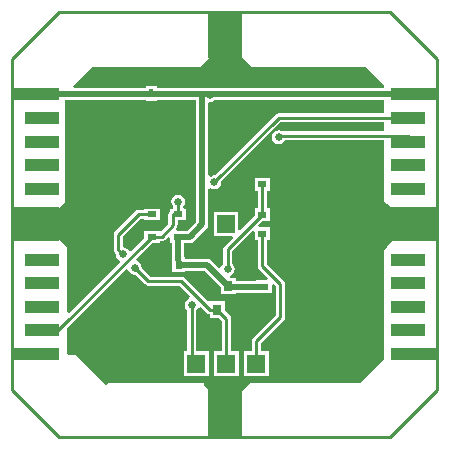
<source format=gbl>
%FSLAX24Y24*%
%MOIN*%
G70*
G01*
G75*
G04 Layer_Physical_Order=2*
G04 Layer_Color=16711680*
%ADD10R,0.0450X0.0450*%
%ADD11R,0.0236X0.0315*%
%ADD12C,0.0100*%
%ADD13C,0.0200*%
%ADD14R,0.0591X0.0591*%
%ADD15R,0.1181X0.1575*%
%ADD16R,0.1575X0.0394*%
%ADD17R,0.1181X0.0394*%
%ADD18R,0.1575X0.1181*%
%ADD19R,0.0625X0.0625*%
%ADD20C,0.0250*%
%ADD21R,0.0159X0.0280*%
%ADD22R,0.0315X0.0236*%
%ADD23R,0.0315X0.0197*%
%ADD24R,0.0310X0.0350*%
G36*
X37400Y34845D02*
X33890D01*
X33831Y34834D01*
X33782Y34801D01*
X31759Y32778D01*
X31750Y32779D01*
X31662Y32762D01*
X31624Y32736D01*
X31554Y32774D01*
Y35183D01*
X31600Y35221D01*
X31688Y35238D01*
X31745Y35276D01*
X37030D01*
X37108Y35292D01*
X37115Y35296D01*
X37400D01*
Y34845D01*
D02*
G37*
G36*
X33093Y30900D02*
Y30617D01*
X33197D01*
Y29750D01*
X33209Y29691D01*
X33242Y29642D01*
X33536Y29348D01*
X33509Y29283D01*
X33143D01*
Y29269D01*
X32475D01*
Y29365D01*
X32279D01*
X32272Y29435D01*
X32288Y29438D01*
X32362Y29488D01*
X32412Y29562D01*
X32429Y29650D01*
X32412Y29738D01*
X32362Y29812D01*
X32353Y29818D01*
Y30252D01*
X33028Y30927D01*
X33093Y30900D01*
D02*
G37*
G36*
X37400Y34248D02*
X34008D01*
X33988Y34262D01*
X33900Y34279D01*
X33812Y34262D01*
X33738Y34212D01*
X33688Y34138D01*
X33671Y34050D01*
X33688Y33962D01*
X33738Y33888D01*
X33812Y33838D01*
X33900Y33821D01*
X33988Y33838D01*
X34062Y33888D01*
X34099Y33942D01*
X37400D01*
Y31885D01*
X37750Y31650D01*
Y30650D01*
X37500Y30400D01*
X37400Y30300D01*
X37400Y26650D01*
X36600Y25850D01*
X32950D01*
X32650Y25550D01*
X31600Y25600D01*
X31400Y25800D01*
Y25850D01*
X28200D01*
X28150Y25800D01*
X27150Y26800D01*
X26899Y26800D01*
X26850Y26850D01*
Y27693D01*
X28809Y29652D01*
X28885Y29629D01*
X28888Y29612D01*
X28938Y29538D01*
X29012Y29488D01*
X29100Y29471D01*
X29111Y29473D01*
X29442Y29142D01*
X29491Y29109D01*
X29550Y29097D01*
X30587D01*
X30944Y28740D01*
X30921Y28664D01*
X30912Y28662D01*
X30838Y28612D01*
X30788Y28538D01*
X30771Y28450D01*
X30788Y28362D01*
X30838Y28288D01*
X30847Y28282D01*
Y26913D01*
X30738D01*
Y26088D01*
X31562D01*
Y26913D01*
X31153D01*
Y28282D01*
X31162Y28288D01*
X31212Y28362D01*
X31214Y28371D01*
X31290Y28394D01*
X31492Y28192D01*
X31541Y28159D01*
X31595Y28148D01*
Y28025D01*
X31909D01*
X31997Y27937D01*
Y26913D01*
X31737D01*
Y26088D01*
X32562D01*
Y26913D01*
X32303D01*
Y28000D01*
X32291Y28059D01*
X32258Y28108D01*
X32105Y28261D01*
Y28575D01*
X31595D01*
X31595Y28575D01*
Y28575D01*
X31528Y28589D01*
X30758Y29358D01*
X30709Y29391D01*
X30650Y29403D01*
X29613D01*
X29327Y29689D01*
X29329Y29700D01*
X29312Y29788D01*
X29262Y29862D01*
X29188Y29912D01*
X29171Y29915D01*
X29148Y29991D01*
X29685Y30528D01*
X29924D01*
Y30573D01*
X29994D01*
X30052Y30585D01*
X30102Y30618D01*
X30211Y30727D01*
X30276Y30700D01*
Y30528D01*
X30329D01*
Y29968D01*
X30345Y29890D01*
X30347Y29887D01*
Y29543D01*
X30783D01*
Y29596D01*
X31426D01*
X31965Y29057D01*
Y28815D01*
X32475D01*
Y28861D01*
X33143D01*
Y28847D01*
X33657D01*
Y29135D01*
X33722Y29162D01*
X33797Y29087D01*
Y28113D01*
X33042Y27358D01*
X33009Y27309D01*
X32997Y27250D01*
Y26913D01*
X32738D01*
Y26088D01*
X33563D01*
Y26913D01*
X33303D01*
Y27187D01*
X34058Y27942D01*
X34091Y27991D01*
X34103Y28050D01*
Y29150D01*
X34091Y29209D01*
X34058Y29258D01*
X33503Y29813D01*
Y30617D01*
X33607D01*
Y31053D01*
X33246D01*
X33219Y31118D01*
X33348Y31247D01*
X33607D01*
Y31683D01*
X33503D01*
Y32267D01*
X33607D01*
Y32703D01*
X33093D01*
Y32267D01*
X33197D01*
Y31683D01*
X33093D01*
Y31424D01*
X32610Y30941D01*
X32545Y30968D01*
Y31545D01*
X31755D01*
Y30755D01*
X32332D01*
X32359Y30690D01*
X32092Y30423D01*
X32059Y30373D01*
X32047Y30315D01*
Y29818D01*
X32038Y29812D01*
X31988Y29738D01*
X31983Y29714D01*
X31907Y29691D01*
X31654Y29944D01*
X31588Y29988D01*
X31510Y30004D01*
X30783D01*
Y30057D01*
X30737D01*
Y30522D01*
X30926D01*
X31004Y30538D01*
X31070Y30582D01*
X31494Y31006D01*
X31538Y31072D01*
X31554Y31150D01*
Y32326D01*
X31624Y32364D01*
X31662Y32338D01*
X31750Y32321D01*
X31838Y32338D01*
X31912Y32388D01*
X31962Y32462D01*
X31979Y32550D01*
X31977Y32563D01*
X33953Y34540D01*
X37400D01*
Y34248D01*
D02*
G37*
G36*
X33000Y36400D02*
X36800D01*
X37350Y35850D01*
X37400Y35800D01*
Y35704D01*
X37050D01*
X36972Y35688D01*
X36965Y35684D01*
X29829D01*
Y35751D01*
X29471D01*
Y35684D01*
X27075D01*
X27049Y35749D01*
X27650Y36350D01*
X27700Y36400D01*
X31300D01*
X31650Y36750D01*
X32650D01*
X33000Y36400D01*
D02*
G37*
G36*
X31146Y31234D02*
X30842Y30930D01*
X30533D01*
X30505Y30924D01*
X30500D01*
X30473Y30989D01*
X30482Y30998D01*
X30515Y31048D01*
X30527Y31106D01*
Y31276D01*
X30791D01*
Y31672D01*
X30737D01*
X30722Y31712D01*
X30715Y31742D01*
X30762Y31812D01*
X30779Y31900D01*
X30762Y31988D01*
X30712Y32062D01*
X30638Y32112D01*
X30550Y32129D01*
X30462Y32112D01*
X30388Y32062D01*
X30338Y31988D01*
X30321Y31900D01*
X30338Y31812D01*
X30385Y31742D01*
X30378Y31712D01*
X30363Y31672D01*
X30276D01*
Y31589D01*
X30266Y31582D01*
X30233Y31533D01*
X30221Y31474D01*
Y31170D01*
X29989Y30938D01*
X29924Y30924D01*
X29924Y30924D01*
X29924Y30924D01*
X29409D01*
Y30685D01*
X28975Y30251D01*
X28893Y30267D01*
X28862Y30312D01*
X28788Y30362D01*
X28703Y30379D01*
Y30737D01*
X29287Y31321D01*
X29409D01*
Y31276D01*
X29924D01*
Y31672D01*
X29409D01*
Y31627D01*
X29224D01*
X29165Y31615D01*
X29116Y31582D01*
X28442Y30908D01*
X28409Y30859D01*
X28397Y30800D01*
Y30300D01*
X28409Y30241D01*
X28442Y30192D01*
X28473Y30161D01*
X28471Y30150D01*
X28488Y30062D01*
X28538Y29988D01*
X28583Y29957D01*
X28599Y29875D01*
X26915Y28190D01*
X26850Y28217D01*
Y30400D01*
X26492Y30699D01*
X26550Y31650D01*
X26785Y31885D01*
Y35276D01*
X29471D01*
Y35272D01*
X29829D01*
Y35276D01*
X31146D01*
Y31234D01*
D02*
G37*
D11*
X30565Y29800D02*
D03*
X29935D02*
D03*
D12*
X30374Y31106D02*
Y31474D01*
X29994Y30726D02*
X30374Y31106D01*
X30533Y31474D02*
X30550Y31457D01*
Y31900D01*
X33350Y31465D02*
Y32450D01*
X25800Y27606D02*
X26547D01*
X29667Y30726D01*
X29994D01*
X30374Y31474D02*
X30533D01*
X32150Y26500D02*
Y28000D01*
X31850Y28300D02*
X32150Y28000D01*
X31750Y32550D02*
Y32553D01*
X33890Y34693D01*
X38398D01*
X29100Y29700D02*
X29550Y29250D01*
X28550Y30300D02*
X28700Y30150D01*
X28550Y30300D02*
Y30800D01*
X29224Y31474D01*
X29667D01*
X33150Y26500D02*
Y27250D01*
X33950Y28050D01*
Y29150D01*
X33350Y29750D02*
Y30835D01*
Y29750D02*
X33950Y29150D01*
X29550Y29250D02*
X30650D01*
X31600Y28300D01*
X31850D01*
X32200Y29650D02*
Y30315D01*
X33350Y31465D01*
X31000Y26650D02*
Y28450D01*
Y26650D02*
X31150Y26500D01*
X38208Y34095D02*
X38398Y33905D01*
X33945Y34095D02*
X38208D01*
X33900Y34050D02*
X33945Y34095D01*
X25013Y36661D02*
X26587Y38236D01*
X25013Y25637D02*
Y36661D01*
Y25637D02*
X26587Y24063D01*
X37611D01*
X39186Y25637D01*
Y36661D01*
X37611Y38236D02*
X39186Y36661D01*
X26587Y38236D02*
X37611D01*
D13*
X37030Y35480D02*
X37050Y35500D01*
X38378D01*
X38398Y35480D01*
X30533Y30726D02*
X30926D01*
X31350Y31150D01*
Y35480D01*
X25800D02*
X31350D01*
X37030D01*
X32220Y29090D02*
X32245Y29065D01*
X33400D01*
X30533Y29968D02*
Y30726D01*
X30565Y29800D02*
X31510D01*
X32220Y29090D01*
D14*
X32150Y31150D02*
D03*
X34650Y28650D02*
D03*
X29650D02*
D03*
Y33650D02*
D03*
X34650D02*
D03*
D15*
X32099Y37448D02*
D03*
Y24850D02*
D03*
D16*
X38398Y35480D02*
D03*
Y26819D02*
D03*
X25800Y26818D02*
D03*
Y35480D02*
D03*
D17*
X38202Y34693D02*
D03*
Y33905D02*
D03*
Y33118D02*
D03*
Y32330D02*
D03*
Y29968D02*
D03*
Y29181D02*
D03*
Y28393D02*
D03*
Y27606D02*
D03*
X25997D02*
D03*
Y28393D02*
D03*
Y29181D02*
D03*
Y29968D02*
D03*
Y32330D02*
D03*
Y33118D02*
D03*
Y33905D02*
D03*
Y34693D02*
D03*
D18*
X38398Y31149D02*
D03*
X25800D02*
D03*
D19*
X31150Y26500D02*
D03*
X32150D02*
D03*
X33150D02*
D03*
D20*
X29050Y30700D02*
D03*
X30550Y31900D02*
D03*
X31750Y32550D02*
D03*
X29100Y29700D02*
D03*
X28700Y30150D02*
D03*
X31600Y35450D02*
D03*
X31000Y28450D02*
D03*
X32200Y29650D02*
D03*
X33900Y34050D02*
D03*
X29400Y32600D02*
D03*
X27750Y31150D02*
D03*
X29900Y29950D02*
D03*
X36550Y31150D02*
D03*
X34400Y31400D02*
D03*
X35600Y29850D02*
D03*
X34450Y29400D02*
D03*
X32700Y28500D02*
D03*
X36500Y33700D02*
D03*
X36250Y36000D02*
D03*
X28150D02*
D03*
X32650Y34100D02*
D03*
X35050Y26850D02*
D03*
X29000Y26700D02*
D03*
X32850Y29650D02*
D03*
X30650Y31100D02*
D03*
X37050Y28000D02*
D03*
X27200Y28800D02*
D03*
D21*
X29650Y34689D02*
D03*
Y35511D02*
D03*
D22*
X33350Y32485D02*
D03*
Y33115D02*
D03*
X33400Y29065D02*
D03*
Y28435D02*
D03*
X33350Y30835D02*
D03*
Y31465D02*
D03*
D23*
X30533Y30726D02*
D03*
Y31474D02*
D03*
X29667Y30726D02*
D03*
Y31100D02*
D03*
Y31474D02*
D03*
D24*
X31850Y28300D02*
D03*
X32220Y29090D02*
D03*
X31480D02*
D03*
M02*

</source>
